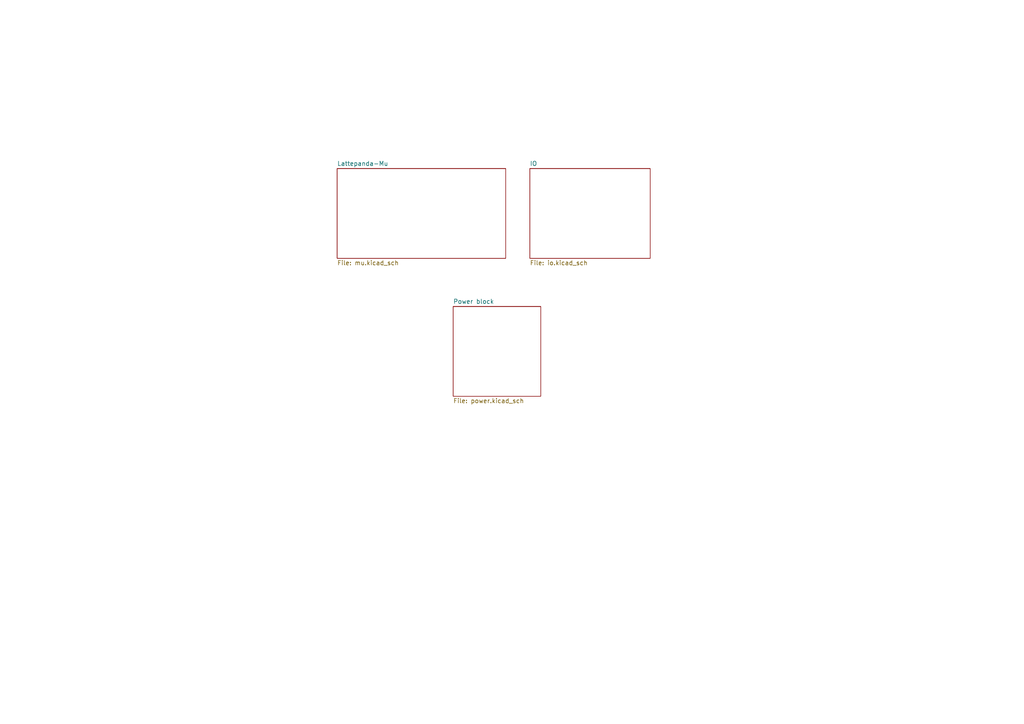
<source format=kicad_sch>
(kicad_sch
	(version 20231120)
	(generator "eeschema")
	(generator_version "8.0")
	(uuid "1e5a3146-1aec-4505-bd2f-d9df6e5b1063")
	(paper "A4")
	(lib_symbols)
	(sheet
		(at 97.79 48.895)
		(size 48.895 26.035)
		(fields_autoplaced yes)
		(stroke
			(width 0.1524)
			(type solid)
		)
		(fill
			(color 0 0 0 0.0000)
		)
		(uuid "525b41bd-94c8-4510-ae77-cd5408a62bf6")
		(property "Sheetname" "Lattepanda-Mu"
			(at 97.79 48.1834 0)
			(effects
				(font
					(size 1.27 1.27)
				)
				(justify left bottom)
			)
		)
		(property "Sheetfile" "mu.kicad_sch"
			(at 97.79 75.5146 0)
			(effects
				(font
					(size 1.27 1.27)
				)
				(justify left top)
			)
		)
		(instances
			(project "Mochatoo"
				(path "/1e5a3146-1aec-4505-bd2f-d9df6e5b1063"
					(page "2")
				)
			)
		)
	)
	(sheet
		(at 153.67 48.895)
		(size 34.925 26.035)
		(fields_autoplaced yes)
		(stroke
			(width 0.1524)
			(type solid)
		)
		(fill
			(color 0 0 0 0.0000)
		)
		(uuid "a58c1bde-5b56-46a4-8199-0e18e60f78c7")
		(property "Sheetname" "IO"
			(at 153.67 48.1834 0)
			(effects
				(font
					(size 1.27 1.27)
				)
				(justify left bottom)
			)
		)
		(property "Sheetfile" "io.kicad_sch"
			(at 153.67 75.5146 0)
			(effects
				(font
					(size 1.27 1.27)
				)
				(justify left top)
			)
		)
		(instances
			(project "Mochatoo"
				(path "/1e5a3146-1aec-4505-bd2f-d9df6e5b1063"
					(page "3")
				)
			)
		)
	)
	(sheet
		(at 131.445 88.9)
		(size 25.4 26.035)
		(fields_autoplaced yes)
		(stroke
			(width 0.1524)
			(type solid)
		)
		(fill
			(color 0 0 0 0.0000)
		)
		(uuid "e8d0d5a7-7d5e-4895-9359-87a37fa1db06")
		(property "Sheetname" "Power block"
			(at 131.445 88.1884 0)
			(effects
				(font
					(size 1.27 1.27)
				)
				(justify left bottom)
			)
		)
		(property "Sheetfile" "power.kicad_sch"
			(at 131.445 115.5196 0)
			(effects
				(font
					(size 1.27 1.27)
				)
				(justify left top)
			)
		)
		(instances
			(project "Mochatoo"
				(path "/1e5a3146-1aec-4505-bd2f-d9df6e5b1063"
					(page "4")
				)
			)
		)
	)
	(sheet_instances
		(path "/"
			(page "1")
		)
	)
)
</source>
